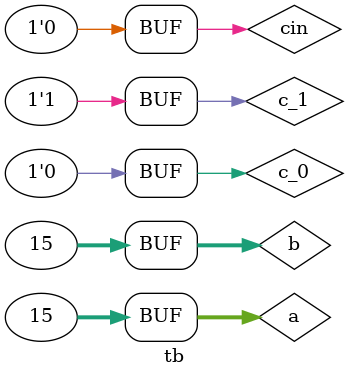
<source format=v>
module fa(input a,b,cin,output s,cout);
	assign s = a ^ b ^ cin;
	assign cout = (a & b) | (b & cin) | (cin & a);
endmodule

module mux21(input i0,i1,s,output y);
	wire y1,y2,s_not;
	not (s_not,s);
	and (y1,i0,s_not);
	and (y2,i1,s);
	or (y,y1,y2);
endmodule 

// 4bit Carry Select Adder
module csa4bit(a,b,cin,s,cout,c_0,c_1);
  input [3:0] a,b;
  input cin,c_0,c_1;
  wire [3:0] s1,s2;
  output [3:0] s;
  output cout;
  wire cout_0,cout_1;
  wire [2:0] c0,c1;
 
	// Carry Ripple Adder with 0 carry
	fa f1(a[0],b[0],c_0,s1[0],c0[0]);
	fa f2(a[1],b[1],c0[0],s1[1],c0[1]);
	fa f3(a[2],b[2],c0[1],s1[2],c0[2]);
	fa f4(a[3],b[3],c0[2],s1[3],cout_0);

	// Carry Ripple Adder with 1 carry
	fa f5(a[0],b[0],c_1,s2[0],c1[0]);
	fa f6(a[1],b[1],c1[0],s2[1],c1[1]);
	fa f7(a[2],b[2],c1[1],s2[2],c1[2]);
	fa f8(a[3],b[3],c1[2],s2[3],cout_1);

	mux21 m1(cout_0,cout_1,cin,cout);
	mux21 m2(s1[0],s2[0],cin,s[0]);
	mux21 m3(s1[1],s2[1],cin,s[1]);
	mux21 m4(s1[2],s2[2],cin,s[2]);
	mux21 m5(s1[3],s2[3],cin,s[3]);

endmodule 

// 8 bit Carry Select Adder

module csa8bit(a,b,cin,s,cout,c_0,c_1);
   input [7:0] a,b;
   input c_0,c_1;
   input cin;
   output [7:0] s;
   output cout;
   wire c;
   csa4bit c1(a[3:0],b[3:0],cin,s[3:0],c,c_0,c_1);
   csa4bit c2(a[7:4],b[7:4],c,s[7:4],cout,c_0,c_1);
endmodule 


// 16 bit Carry Select Adder 
module csa16bit(a,b,cin,s,cout,c_0,c_1);
   input [15:0] a,b;
   input c_0,c_1;
   input cin;
   output [15:0] s;
   output cout;
   wire c;
   csa8bit c1(a[7:0],b[7:0],cin,s[7:0],c,c_0,c_1);
   csa8bit c2(a[15:8],b[15:8],c,s[15:8],cout,c_0,c_1);
endmodule 


// 32 bit Carry Select Adder
module csa32bit(a,b,cin,s,cout,c_0,c_1);
   input [31:0] a,b;
   input c_0,c_1;
   input cin;
   output [31:0] s;
   output cout;
   wire c;
   csa16bit c1(a[15:0],b[15:0],cin,s[15:0],c,c_0,c_1);
   csa16bit c2(a[31:16],b[31:16],c,s  [31:16],cout,c_0,c_1);
endmodule 


//Test-Bench 
module tb;
 reg [31:0]a,b;
 reg cin=0,c_0=0,c_1=1;
 wire [31:0] s;
 wire  cout;
 csa32bit f1(a,b,cin,s,cout,c_0,c_1);
 initial begin
 $monitor($time,"a=%b,b=%b,cin=%b,s=%b,cout=%b",a,b,cin,s,cout);
 #5;
 a=32'd0; b=32'd0;
 #5;
 a=32'd5; b=32'd1;
 #5;
 a=32'd15; b=32'd15;
 end
endmodule







</source>
